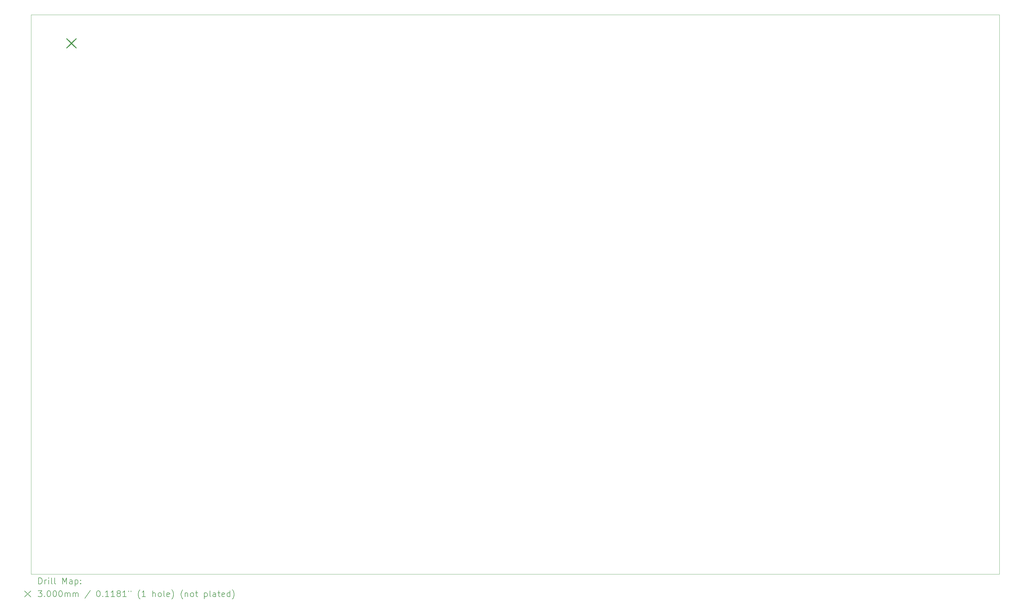
<source format=gbr>
%FSLAX45Y45*%
G04 Gerber Fmt 4.5, Leading zero omitted, Abs format (unit mm)*
G04 Created by KiCad (PCBNEW 6.0.2+dfsg-1) date 2022-08-24 13:43:22*
%MOMM*%
%LPD*%
G01*
G04 APERTURE LIST*
%TA.AperFunction,Profile*%
%ADD10C,0.100000*%
%TD*%
%ADD11C,0.200000*%
%ADD12C,0.300000*%
G04 APERTURE END LIST*
D10*
X4630703Y-22250000D02*
X36300703Y-22250000D01*
X36300703Y-22250000D02*
X36300703Y-3950000D01*
X36300703Y-3950000D02*
X4630703Y-3950000D01*
X4630703Y-3950000D02*
X4630703Y-22250000D01*
D11*
D12*
X5805703Y-4737500D02*
X6105703Y-5037500D01*
X6105703Y-4737500D02*
X5805703Y-5037500D01*
D11*
X4883322Y-22565476D02*
X4883322Y-22365476D01*
X4930941Y-22365476D01*
X4959512Y-22375000D01*
X4978560Y-22394048D01*
X4988084Y-22413095D01*
X4997607Y-22451190D01*
X4997607Y-22479762D01*
X4988084Y-22517857D01*
X4978560Y-22536905D01*
X4959512Y-22555952D01*
X4930941Y-22565476D01*
X4883322Y-22565476D01*
X5083322Y-22565476D02*
X5083322Y-22432143D01*
X5083322Y-22470238D02*
X5092845Y-22451190D01*
X5102369Y-22441667D01*
X5121417Y-22432143D01*
X5140465Y-22432143D01*
X5207131Y-22565476D02*
X5207131Y-22432143D01*
X5207131Y-22365476D02*
X5197607Y-22375000D01*
X5207131Y-22384524D01*
X5216655Y-22375000D01*
X5207131Y-22365476D01*
X5207131Y-22384524D01*
X5330941Y-22565476D02*
X5311893Y-22555952D01*
X5302369Y-22536905D01*
X5302369Y-22365476D01*
X5435703Y-22565476D02*
X5416655Y-22555952D01*
X5407131Y-22536905D01*
X5407131Y-22365476D01*
X5664274Y-22565476D02*
X5664274Y-22365476D01*
X5730941Y-22508333D01*
X5797607Y-22365476D01*
X5797607Y-22565476D01*
X5978560Y-22565476D02*
X5978560Y-22460714D01*
X5969036Y-22441667D01*
X5949988Y-22432143D01*
X5911893Y-22432143D01*
X5892845Y-22441667D01*
X5978560Y-22555952D02*
X5959512Y-22565476D01*
X5911893Y-22565476D01*
X5892845Y-22555952D01*
X5883322Y-22536905D01*
X5883322Y-22517857D01*
X5892845Y-22498809D01*
X5911893Y-22489286D01*
X5959512Y-22489286D01*
X5978560Y-22479762D01*
X6073798Y-22432143D02*
X6073798Y-22632143D01*
X6073798Y-22441667D02*
X6092845Y-22432143D01*
X6130941Y-22432143D01*
X6149988Y-22441667D01*
X6159512Y-22451190D01*
X6169036Y-22470238D01*
X6169036Y-22527381D01*
X6159512Y-22546428D01*
X6149988Y-22555952D01*
X6130941Y-22565476D01*
X6092845Y-22565476D01*
X6073798Y-22555952D01*
X6254750Y-22546428D02*
X6264274Y-22555952D01*
X6254750Y-22565476D01*
X6245226Y-22555952D01*
X6254750Y-22546428D01*
X6254750Y-22565476D01*
X6254750Y-22441667D02*
X6264274Y-22451190D01*
X6254750Y-22460714D01*
X6245226Y-22451190D01*
X6254750Y-22441667D01*
X6254750Y-22460714D01*
X4425703Y-22795000D02*
X4625703Y-22995000D01*
X4625703Y-22795000D02*
X4425703Y-22995000D01*
X4864274Y-22785476D02*
X4988084Y-22785476D01*
X4921417Y-22861667D01*
X4949988Y-22861667D01*
X4969036Y-22871190D01*
X4978560Y-22880714D01*
X4988084Y-22899762D01*
X4988084Y-22947381D01*
X4978560Y-22966428D01*
X4969036Y-22975952D01*
X4949988Y-22985476D01*
X4892845Y-22985476D01*
X4873798Y-22975952D01*
X4864274Y-22966428D01*
X5073798Y-22966428D02*
X5083322Y-22975952D01*
X5073798Y-22985476D01*
X5064274Y-22975952D01*
X5073798Y-22966428D01*
X5073798Y-22985476D01*
X5207131Y-22785476D02*
X5226179Y-22785476D01*
X5245226Y-22795000D01*
X5254750Y-22804524D01*
X5264274Y-22823571D01*
X5273798Y-22861667D01*
X5273798Y-22909286D01*
X5264274Y-22947381D01*
X5254750Y-22966428D01*
X5245226Y-22975952D01*
X5226179Y-22985476D01*
X5207131Y-22985476D01*
X5188084Y-22975952D01*
X5178560Y-22966428D01*
X5169036Y-22947381D01*
X5159512Y-22909286D01*
X5159512Y-22861667D01*
X5169036Y-22823571D01*
X5178560Y-22804524D01*
X5188084Y-22795000D01*
X5207131Y-22785476D01*
X5397607Y-22785476D02*
X5416655Y-22785476D01*
X5435703Y-22795000D01*
X5445226Y-22804524D01*
X5454750Y-22823571D01*
X5464274Y-22861667D01*
X5464274Y-22909286D01*
X5454750Y-22947381D01*
X5445226Y-22966428D01*
X5435703Y-22975952D01*
X5416655Y-22985476D01*
X5397607Y-22985476D01*
X5378560Y-22975952D01*
X5369036Y-22966428D01*
X5359512Y-22947381D01*
X5349988Y-22909286D01*
X5349988Y-22861667D01*
X5359512Y-22823571D01*
X5369036Y-22804524D01*
X5378560Y-22795000D01*
X5397607Y-22785476D01*
X5588084Y-22785476D02*
X5607131Y-22785476D01*
X5626179Y-22795000D01*
X5635703Y-22804524D01*
X5645226Y-22823571D01*
X5654750Y-22861667D01*
X5654750Y-22909286D01*
X5645226Y-22947381D01*
X5635703Y-22966428D01*
X5626179Y-22975952D01*
X5607131Y-22985476D01*
X5588084Y-22985476D01*
X5569036Y-22975952D01*
X5559512Y-22966428D01*
X5549988Y-22947381D01*
X5540465Y-22909286D01*
X5540465Y-22861667D01*
X5549988Y-22823571D01*
X5559512Y-22804524D01*
X5569036Y-22795000D01*
X5588084Y-22785476D01*
X5740464Y-22985476D02*
X5740464Y-22852143D01*
X5740464Y-22871190D02*
X5749988Y-22861667D01*
X5769036Y-22852143D01*
X5797607Y-22852143D01*
X5816655Y-22861667D01*
X5826179Y-22880714D01*
X5826179Y-22985476D01*
X5826179Y-22880714D02*
X5835703Y-22861667D01*
X5854750Y-22852143D01*
X5883322Y-22852143D01*
X5902369Y-22861667D01*
X5911893Y-22880714D01*
X5911893Y-22985476D01*
X6007131Y-22985476D02*
X6007131Y-22852143D01*
X6007131Y-22871190D02*
X6016655Y-22861667D01*
X6035703Y-22852143D01*
X6064274Y-22852143D01*
X6083322Y-22861667D01*
X6092845Y-22880714D01*
X6092845Y-22985476D01*
X6092845Y-22880714D02*
X6102369Y-22861667D01*
X6121417Y-22852143D01*
X6149988Y-22852143D01*
X6169036Y-22861667D01*
X6178560Y-22880714D01*
X6178560Y-22985476D01*
X6569036Y-22775952D02*
X6397607Y-23033095D01*
X6826179Y-22785476D02*
X6845226Y-22785476D01*
X6864274Y-22795000D01*
X6873798Y-22804524D01*
X6883322Y-22823571D01*
X6892845Y-22861667D01*
X6892845Y-22909286D01*
X6883322Y-22947381D01*
X6873798Y-22966428D01*
X6864274Y-22975952D01*
X6845226Y-22985476D01*
X6826179Y-22985476D01*
X6807131Y-22975952D01*
X6797607Y-22966428D01*
X6788083Y-22947381D01*
X6778560Y-22909286D01*
X6778560Y-22861667D01*
X6788083Y-22823571D01*
X6797607Y-22804524D01*
X6807131Y-22795000D01*
X6826179Y-22785476D01*
X6978560Y-22966428D02*
X6988083Y-22975952D01*
X6978560Y-22985476D01*
X6969036Y-22975952D01*
X6978560Y-22966428D01*
X6978560Y-22985476D01*
X7178560Y-22985476D02*
X7064274Y-22985476D01*
X7121417Y-22985476D02*
X7121417Y-22785476D01*
X7102369Y-22814048D01*
X7083322Y-22833095D01*
X7064274Y-22842619D01*
X7369036Y-22985476D02*
X7254750Y-22985476D01*
X7311893Y-22985476D02*
X7311893Y-22785476D01*
X7292845Y-22814048D01*
X7273798Y-22833095D01*
X7254750Y-22842619D01*
X7483322Y-22871190D02*
X7464274Y-22861667D01*
X7454750Y-22852143D01*
X7445226Y-22833095D01*
X7445226Y-22823571D01*
X7454750Y-22804524D01*
X7464274Y-22795000D01*
X7483322Y-22785476D01*
X7521417Y-22785476D01*
X7540464Y-22795000D01*
X7549988Y-22804524D01*
X7559512Y-22823571D01*
X7559512Y-22833095D01*
X7549988Y-22852143D01*
X7540464Y-22861667D01*
X7521417Y-22871190D01*
X7483322Y-22871190D01*
X7464274Y-22880714D01*
X7454750Y-22890238D01*
X7445226Y-22909286D01*
X7445226Y-22947381D01*
X7454750Y-22966428D01*
X7464274Y-22975952D01*
X7483322Y-22985476D01*
X7521417Y-22985476D01*
X7540464Y-22975952D01*
X7549988Y-22966428D01*
X7559512Y-22947381D01*
X7559512Y-22909286D01*
X7549988Y-22890238D01*
X7540464Y-22880714D01*
X7521417Y-22871190D01*
X7749988Y-22985476D02*
X7635702Y-22985476D01*
X7692845Y-22985476D02*
X7692845Y-22785476D01*
X7673798Y-22814048D01*
X7654750Y-22833095D01*
X7635702Y-22842619D01*
X7826179Y-22785476D02*
X7826179Y-22823571D01*
X7902369Y-22785476D02*
X7902369Y-22823571D01*
X8197607Y-23061667D02*
X8188083Y-23052143D01*
X8169036Y-23023571D01*
X8159512Y-23004524D01*
X8149988Y-22975952D01*
X8140464Y-22928333D01*
X8140464Y-22890238D01*
X8149988Y-22842619D01*
X8159512Y-22814048D01*
X8169036Y-22795000D01*
X8188083Y-22766428D01*
X8197607Y-22756905D01*
X8378560Y-22985476D02*
X8264274Y-22985476D01*
X8321417Y-22985476D02*
X8321417Y-22785476D01*
X8302369Y-22814048D01*
X8283322Y-22833095D01*
X8264274Y-22842619D01*
X8616655Y-22985476D02*
X8616655Y-22785476D01*
X8702369Y-22985476D02*
X8702369Y-22880714D01*
X8692845Y-22861667D01*
X8673798Y-22852143D01*
X8645226Y-22852143D01*
X8626179Y-22861667D01*
X8616655Y-22871190D01*
X8826179Y-22985476D02*
X8807131Y-22975952D01*
X8797607Y-22966428D01*
X8788084Y-22947381D01*
X8788084Y-22890238D01*
X8797607Y-22871190D01*
X8807131Y-22861667D01*
X8826179Y-22852143D01*
X8854750Y-22852143D01*
X8873798Y-22861667D01*
X8883322Y-22871190D01*
X8892845Y-22890238D01*
X8892845Y-22947381D01*
X8883322Y-22966428D01*
X8873798Y-22975952D01*
X8854750Y-22985476D01*
X8826179Y-22985476D01*
X9007131Y-22985476D02*
X8988084Y-22975952D01*
X8978560Y-22956905D01*
X8978560Y-22785476D01*
X9159512Y-22975952D02*
X9140465Y-22985476D01*
X9102369Y-22985476D01*
X9083322Y-22975952D01*
X9073798Y-22956905D01*
X9073798Y-22880714D01*
X9083322Y-22861667D01*
X9102369Y-22852143D01*
X9140465Y-22852143D01*
X9159512Y-22861667D01*
X9169036Y-22880714D01*
X9169036Y-22899762D01*
X9073798Y-22918809D01*
X9235703Y-23061667D02*
X9245226Y-23052143D01*
X9264274Y-23023571D01*
X9273798Y-23004524D01*
X9283322Y-22975952D01*
X9292845Y-22928333D01*
X9292845Y-22890238D01*
X9283322Y-22842619D01*
X9273798Y-22814048D01*
X9264274Y-22795000D01*
X9245226Y-22766428D01*
X9235703Y-22756905D01*
X9597607Y-23061667D02*
X9588084Y-23052143D01*
X9569036Y-23023571D01*
X9559512Y-23004524D01*
X9549988Y-22975952D01*
X9540465Y-22928333D01*
X9540465Y-22890238D01*
X9549988Y-22842619D01*
X9559512Y-22814048D01*
X9569036Y-22795000D01*
X9588084Y-22766428D01*
X9597607Y-22756905D01*
X9673798Y-22852143D02*
X9673798Y-22985476D01*
X9673798Y-22871190D02*
X9683322Y-22861667D01*
X9702369Y-22852143D01*
X9730941Y-22852143D01*
X9749988Y-22861667D01*
X9759512Y-22880714D01*
X9759512Y-22985476D01*
X9883322Y-22985476D02*
X9864274Y-22975952D01*
X9854750Y-22966428D01*
X9845226Y-22947381D01*
X9845226Y-22890238D01*
X9854750Y-22871190D01*
X9864274Y-22861667D01*
X9883322Y-22852143D01*
X9911893Y-22852143D01*
X9930941Y-22861667D01*
X9940465Y-22871190D01*
X9949988Y-22890238D01*
X9949988Y-22947381D01*
X9940465Y-22966428D01*
X9930941Y-22975952D01*
X9911893Y-22985476D01*
X9883322Y-22985476D01*
X10007131Y-22852143D02*
X10083322Y-22852143D01*
X10035703Y-22785476D02*
X10035703Y-22956905D01*
X10045226Y-22975952D01*
X10064274Y-22985476D01*
X10083322Y-22985476D01*
X10302369Y-22852143D02*
X10302369Y-23052143D01*
X10302369Y-22861667D02*
X10321417Y-22852143D01*
X10359512Y-22852143D01*
X10378560Y-22861667D01*
X10388084Y-22871190D01*
X10397607Y-22890238D01*
X10397607Y-22947381D01*
X10388084Y-22966428D01*
X10378560Y-22975952D01*
X10359512Y-22985476D01*
X10321417Y-22985476D01*
X10302369Y-22975952D01*
X10511893Y-22985476D02*
X10492845Y-22975952D01*
X10483322Y-22956905D01*
X10483322Y-22785476D01*
X10673798Y-22985476D02*
X10673798Y-22880714D01*
X10664274Y-22861667D01*
X10645226Y-22852143D01*
X10607131Y-22852143D01*
X10588084Y-22861667D01*
X10673798Y-22975952D02*
X10654750Y-22985476D01*
X10607131Y-22985476D01*
X10588084Y-22975952D01*
X10578560Y-22956905D01*
X10578560Y-22937857D01*
X10588084Y-22918809D01*
X10607131Y-22909286D01*
X10654750Y-22909286D01*
X10673798Y-22899762D01*
X10740465Y-22852143D02*
X10816655Y-22852143D01*
X10769036Y-22785476D02*
X10769036Y-22956905D01*
X10778560Y-22975952D01*
X10797607Y-22985476D01*
X10816655Y-22985476D01*
X10959512Y-22975952D02*
X10940465Y-22985476D01*
X10902369Y-22985476D01*
X10883322Y-22975952D01*
X10873798Y-22956905D01*
X10873798Y-22880714D01*
X10883322Y-22861667D01*
X10902369Y-22852143D01*
X10940465Y-22852143D01*
X10959512Y-22861667D01*
X10969036Y-22880714D01*
X10969036Y-22899762D01*
X10873798Y-22918809D01*
X11140465Y-22985476D02*
X11140465Y-22785476D01*
X11140465Y-22975952D02*
X11121417Y-22985476D01*
X11083322Y-22985476D01*
X11064274Y-22975952D01*
X11054750Y-22966428D01*
X11045226Y-22947381D01*
X11045226Y-22890238D01*
X11054750Y-22871190D01*
X11064274Y-22861667D01*
X11083322Y-22852143D01*
X11121417Y-22852143D01*
X11140465Y-22861667D01*
X11216655Y-23061667D02*
X11226179Y-23052143D01*
X11245226Y-23023571D01*
X11254750Y-23004524D01*
X11264274Y-22975952D01*
X11273798Y-22928333D01*
X11273798Y-22890238D01*
X11264274Y-22842619D01*
X11254750Y-22814048D01*
X11245226Y-22795000D01*
X11226179Y-22766428D01*
X11216655Y-22756905D01*
M02*

</source>
